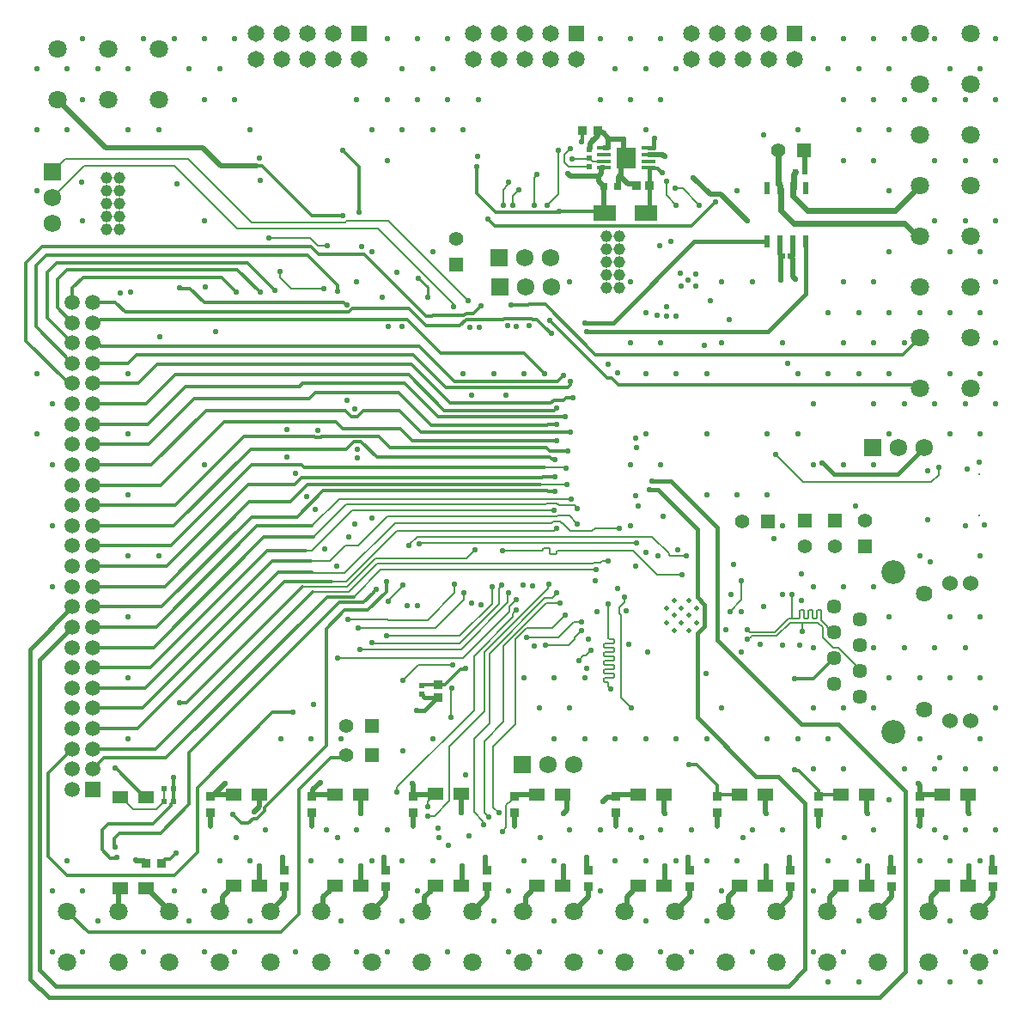
<source format=gbr>
%TF.GenerationSoftware,Altium Limited,Altium Designer,23.2.1 (34)*%
G04 Layer_Physical_Order=6*
G04 Layer_Color=16711680*
%FSLAX45Y45*%
%MOMM*%
%TF.SameCoordinates,1902C08B-136C-4458-83E6-530DFDDA9E5F*%
%TF.FilePolarity,Positive*%
%TF.FileFunction,Copper,L6,Bot,Signal*%
%TF.Part,Single*%
G01*
G75*
%TA.AperFunction,SMDPad,CuDef*%
%ADD10R,0.85872X0.91213*%
%ADD11R,0.52000X0.52000*%
%ADD13R,0.55000X0.55000*%
%ADD14R,0.91213X0.85872*%
%ADD16R,0.55000X0.55000*%
%ADD43R,0.80650X0.86822*%
%ADD44R,0.86822X0.80650*%
%ADD45R,0.52000X0.52000*%
%TA.AperFunction,Conductor*%
%ADD47C,0.30000*%
%ADD48C,0.50000*%
%ADD49C,0.17000*%
%ADD50C,0.25000*%
%ADD51C,0.40000*%
%ADD52C,0.60000*%
%ADD54C,0.12700*%
%TA.AperFunction,ComponentPad*%
%ADD56C,1.72500*%
%ADD57R,1.72500X1.72500*%
%ADD58C,1.40000*%
%ADD59R,1.40000X1.40000*%
%ADD60R,1.72500X1.72500*%
%ADD61R,1.40000X1.40000*%
%ADD62R,1.50000X1.50000*%
%ADD63C,1.50000*%
%ADD64R,1.65000X1.65000*%
%ADD65C,1.65000*%
%ADD66C,1.15000*%
%ADD67C,1.44600*%
%ADD68C,1.53000*%
%ADD69C,2.35500*%
%ADD70C,1.62500*%
%ADD71C,1.80000*%
%ADD72C,0.27500*%
%TA.AperFunction,ViaPad*%
%ADD73C,0.55000*%
%ADD74C,0.50000*%
%TA.AperFunction,SMDPad,CuDef*%
%ADD75R,1.50000X1.30000*%
%ADD76R,1.84600X2.15000*%
%ADD77R,1.40000X0.45000*%
%ADD78R,2.20000X1.55000*%
%ADD79R,0.70000X0.65000*%
G04:AMPARAMS|DCode=80|XSize=0.55mm|YSize=1.25mm|CornerRadius=0.0495mm|HoleSize=0mm|Usage=FLASHONLY|Rotation=0.000|XOffset=0mm|YOffset=0mm|HoleType=Round|Shape=RoundedRectangle|*
%AMROUNDEDRECTD80*
21,1,0.55000,1.15100,0,0,0.0*
21,1,0.45100,1.25000,0,0,0.0*
1,1,0.09900,0.22550,-0.57550*
1,1,0.09900,-0.22550,-0.57550*
1,1,0.09900,-0.22550,0.57550*
1,1,0.09900,0.22550,0.57550*
%
%ADD80ROUNDEDRECTD80*%
%TA.AperFunction,Conductor*%
%ADD81C,0.50800*%
D10*
X12172329Y3575000D02*
D03*
X12327671D02*
D03*
X16475510Y10792460D02*
D03*
X16630852D02*
D03*
D11*
X14889999Y5320000D02*
D03*
Y5240000D02*
D03*
D13*
X16543021Y10433600D02*
D03*
Y10343600D02*
D03*
X16545560Y10608860D02*
D03*
Y10518860D02*
D03*
D14*
X16805524Y4072329D02*
D03*
Y4227671D02*
D03*
X19800000D02*
D03*
Y4072329D02*
D03*
X18801842Y4227671D02*
D03*
Y4072329D02*
D03*
X17803682Y4227671D02*
D03*
Y4072329D02*
D03*
X15807364Y4227671D02*
D03*
Y4072329D02*
D03*
X14809206Y4227671D02*
D03*
Y4072329D02*
D03*
X13811046Y4227670D02*
D03*
Y4072329D02*
D03*
X12812888Y4227671D02*
D03*
Y4072329D02*
D03*
X20525000Y3500000D02*
D03*
Y3344659D02*
D03*
X19526842Y3500000D02*
D03*
Y3344659D02*
D03*
X18528682Y3500000D02*
D03*
Y3344659D02*
D03*
X17530524Y3500000D02*
D03*
Y3344659D02*
D03*
X16532364Y3500000D02*
D03*
Y3344659D02*
D03*
X15534206Y3500000D02*
D03*
Y3344659D02*
D03*
X14536046Y3500000D02*
D03*
Y3344659D02*
D03*
X13537888Y3500000D02*
D03*
Y3344659D02*
D03*
D16*
X12355010Y4179999D02*
D03*
X12445010D02*
D03*
X12355010Y4304999D02*
D03*
X12445010D02*
D03*
X18578281Y10388600D02*
D03*
X18668280D02*
D03*
D43*
X17132300Y10253980D02*
D03*
X17007129D02*
D03*
D44*
X15050301Y5207914D02*
D03*
Y5333086D02*
D03*
D45*
X18526120Y9555480D02*
D03*
X18446120D02*
D03*
D47*
X13193961Y7133307D02*
X13596098D01*
X12360654Y6300001D02*
X13193961Y7133307D01*
X13596098D02*
X13767833Y7305040D01*
X13636314Y7307129D02*
X13705345Y7376160D01*
X12377682Y6500000D02*
X13184811Y7307129D01*
X13636314D01*
X11649999Y6500000D02*
X12377682D01*
X13705345Y7376160D02*
X16081773D01*
X11649999Y6300001D02*
X12360654D01*
X12140001Y5100000D02*
X13479439Y6439439D01*
X13810561D01*
X13539999Y6350000D02*
X14000000D01*
X11649999Y4900001D02*
X12090000D01*
X13539999Y6350000D01*
X11649999Y5100000D02*
X12140001D01*
X12573660Y5153660D02*
X13716660Y6296660D01*
X12501880Y5153660D02*
X12573660D01*
X11649999Y4700001D02*
X12270001D01*
X13820000Y6250000D01*
X11760098Y4610100D02*
X12370100D01*
X13957600Y6197600D02*
X14222021D01*
X12370100Y4610100D02*
X13957600Y6197600D01*
X12600940Y4660940D02*
X14081720Y6141720D01*
X12600940Y4152900D02*
Y4660940D01*
X14081720Y6141720D02*
X14320520D01*
X17133740Y10418220D02*
X17216980D01*
X17258211Y10376989D01*
X17554198Y9850000D02*
X17791138Y10086939D01*
X15544800Y9918700D02*
X15613499Y9850000D01*
X17554198D01*
X11740000Y3900000D02*
X11799860Y3959860D01*
X11740000Y3703669D02*
X11818452Y3625217D01*
X11740000Y3703669D02*
Y3900000D01*
X11818452Y3625217D02*
X11885217D01*
X11865217Y3734783D02*
X11870000Y3730000D01*
X11864220Y3792648D02*
X11865217Y3791652D01*
X11864220Y3817500D02*
X11915525Y3868805D01*
X11865217Y3734783D02*
Y3791652D01*
X11864220Y3792648D02*
Y3817500D01*
X11885217Y3625217D02*
X11890000Y3630000D01*
X11915525Y3868805D02*
X12316845D01*
X11799860Y3959860D02*
X12245340D01*
X18605872Y4482729D02*
X18801839Y4286761D01*
X18577271Y4482729D02*
X18605872D01*
X18570000Y4490000D02*
X18577271Y4482729D01*
X18801839Y4227672D02*
Y4286761D01*
X13811020Y9951720D02*
X14114780D01*
X13320799Y10441940D02*
X13811020Y9951720D01*
X13256261Y10441940D02*
X13320799D01*
X18751500Y5390000D02*
X18952998Y5591498D01*
X18570000Y5390000D02*
X18751500D01*
X14903085Y5333086D02*
X15123921D01*
X15274992Y5484157D01*
X15321577D01*
X15326360Y5488940D01*
X12451080Y3449320D02*
X12680000Y3678240D01*
Y4320000D02*
X13419679Y5059680D01*
X12680000Y3678240D02*
Y4320000D01*
X13419679Y5059680D02*
X13619479D01*
X13994453Y4614453D02*
X14126753D01*
X13682565Y4302565D02*
X13994453Y4614453D01*
X14126753D02*
X14147800Y4635500D01*
X13682565Y3072566D02*
Y4302565D01*
X13500000Y2890000D02*
X13682565Y3072566D01*
X11610000Y2890000D02*
X13500000D01*
X13342583Y4087948D02*
Y4122583D01*
X13186511Y3966511D02*
X13235107Y4015108D01*
X13949680Y4729680D02*
Y5885180D01*
X13342583Y4122583D02*
X13949680Y4729680D01*
X13235107Y4015108D02*
X13269743D01*
X13342583Y4087948D01*
X13114989Y3966511D02*
X13186511D01*
X11400000Y3100000D02*
X11610000Y2890000D01*
X14889999Y5320000D02*
X14903085Y5333086D01*
X14362093Y6068060D02*
X14541499Y6247468D01*
X14132561Y6068060D02*
X14362093D01*
X14541499Y6247468D02*
Y6344920D01*
X13338843Y6785643D02*
X13822372D01*
X12253201Y5700001D02*
X13338843Y6785643D01*
X13270226Y6894825D02*
X13808005D01*
X12275401Y5900001D02*
X13270226Y6894825D01*
X13212781Y6984700D02*
X13662276D01*
X13919116Y7241540D02*
X16131540D01*
X13662276Y6984700D02*
X13919116Y7241540D01*
X12881696Y7856220D02*
X12946040Y7920565D01*
X14046484D02*
X14110831Y7856220D01*
X12946040Y7920565D02*
X14046484D01*
X14110831Y7856220D02*
X14678661D01*
X12875259D02*
X12881696D01*
X12319041Y7300001D02*
X12875259Y7856220D01*
X11649999Y7300001D02*
X12319041D01*
X14175763Y9004818D02*
X14208266Y9037320D01*
X11967962Y9004818D02*
X14175763D01*
X11872779Y9100001D02*
X11967962Y9004818D01*
X14762480Y9037320D02*
X14932660Y8867140D01*
X14208266Y9037320D02*
X14762480D01*
X14146115Y9077960D02*
X14152879D01*
X14123254Y9100820D02*
X14146115Y9077960D01*
X12748260Y9100820D02*
X14123254D01*
X12610803Y9238277D02*
X12748260Y9100820D01*
X12509203Y9238277D02*
X12610803D01*
X12504420Y9243060D02*
X12509203Y9238277D01*
X14746210Y8930640D02*
X15076408Y8600440D01*
X11727572Y8930640D02*
X14746210D01*
X11719894Y8922961D02*
X11727572Y8930640D01*
X11649999Y8900000D02*
X11672959Y8922961D01*
X11719894D01*
X14274800Y9984740D02*
Y10434320D01*
X14114780Y10594340D02*
X14274800Y10434320D01*
X15430499Y10175240D02*
X15617290Y9988450D01*
X15430499Y10175240D02*
Y10439400D01*
X15617290Y9988450D02*
X16230086D01*
X16236536Y9994900D02*
X16243300D01*
X16230086Y9988450D02*
X16236536Y9994900D01*
X16691380Y9982640D02*
X16691820Y9982200D01*
X16679120Y9994900D02*
X16691380Y9982640D01*
X16243300Y9994900D02*
X16679120D01*
X17126241Y10425720D02*
X17133740Y10418220D01*
X17126241Y10425720D02*
X17132300Y10419660D01*
X16472435Y10688855D02*
Y10789385D01*
X16469360Y10685780D02*
X16472435Y10688855D01*
Y10789385D02*
X16475510Y10792460D01*
X13949680Y5885180D02*
X14132561Y6068060D01*
X13842815Y7768000D02*
X13899065D01*
X12461941Y7100001D02*
X13136700Y7774760D01*
X13836055D01*
X13905824D02*
X14470560D01*
X13836055D02*
X13842815Y7768000D01*
X13899065D02*
X13905824Y7774760D01*
X14451567Y7571740D02*
X16156940D01*
X14291248Y7732060D02*
X14451567Y7571740D01*
X13205460Y7655560D02*
X14151373D01*
X14227873Y7732060D01*
X12449900Y6900000D02*
X13205460Y7655560D01*
X15310185Y8968740D02*
X15332866Y8991420D01*
X15000208Y8968740D02*
X15310185D01*
X15332866Y8991420D02*
X15399840D01*
X14994827Y8963360D02*
X15000208Y8968740D01*
X14931453Y8963360D02*
X14994827D01*
X15707175Y8940120D02*
X15979324D01*
X15986266Y8933180D01*
X16026927D02*
X16121010Y8839097D01*
X15986266Y8933180D02*
X16026927D01*
X15335013D02*
X15700235D01*
X15268973Y8867140D02*
X15335013Y8933180D01*
X15700235D02*
X15707175Y8940120D01*
X15399840Y8991420D02*
X15476221Y9067800D01*
X14932660Y8867140D02*
X15268973D01*
X13878419Y9573260D02*
X14321553D01*
X14931453Y8963360D01*
X15076408Y8600440D02*
X15902940D01*
X16103600Y8399780D01*
X15938776Y9070000D02*
X15949275Y9080500D01*
X15770000Y9070000D02*
X15938776D01*
X15949275Y9080500D02*
X16111285D01*
X16121010Y8839097D02*
X16126231D01*
X11200000Y9396600D02*
X11290300Y9486900D01*
X11200000Y8949999D02*
Y9396600D01*
Y8949999D02*
X11449998Y8700001D01*
X11300000Y9049999D02*
X11449998Y8900000D01*
X11300000Y9331500D02*
X11391900Y9423400D01*
X11300000Y9049999D02*
Y9331500D01*
X10990580Y9491980D02*
X11150600Y9652000D01*
X10990580Y8719820D02*
Y9491980D01*
Y8719820D02*
X11376396Y8334004D01*
X16197946Y8036560D02*
X16223346Y8061960D01*
X16225520D01*
X15115540Y8036560D02*
X16197946D01*
X14765021Y8387080D02*
X15115540Y8036560D01*
X16160513Y8105140D02*
X16193832Y8138460D01*
X14790421Y8486140D02*
X15171420Y8105140D01*
X16160513D01*
X15133321Y8262620D02*
X16329660D01*
X16353773Y8286733D01*
X14810741Y8585200D02*
X15133321Y8262620D01*
X16353773Y8286733D02*
Y8314673D01*
X16357600Y8318500D01*
X16193832Y8138460D02*
X16257207D01*
X16285728Y8134790D02*
X16314499Y8163560D01*
X16260876Y8134790D02*
X16285728D01*
X16257207Y8138460D02*
X16260876Y8134790D01*
X11995041Y8500001D02*
X12080240Y8585200D01*
X14810741D01*
X11722093Y8677040D02*
X11727572Y8671560D01*
X14864079D02*
X15214600Y8321040D01*
X11649999Y8700001D02*
X11672959Y8677040D01*
X11722093D01*
X11727572Y8671560D02*
X14864079D01*
X14058900Y9207500D02*
Y9268460D01*
X11188700Y9563100D02*
X13764259D01*
X14058900Y9268460D01*
X13524467Y9652000D02*
X13799680D01*
X13878419Y9573260D01*
X13460493Y9652000D02*
X13460793Y9651700D01*
X11150600Y9652000D02*
X13460493D01*
X13524167Y9651700D02*
X13524467Y9652000D01*
X13460793Y9651700D02*
X13524167D01*
X11557000Y9347200D02*
X12920979D01*
X13065759Y9202420D01*
X11391900Y9423400D02*
X13073380D01*
X13296899Y9199880D01*
X11290300Y9486900D02*
X13172440D01*
X13441679Y9217660D01*
X12445505Y4305492D02*
Y4419105D01*
X12446000Y4419600D01*
X12445011Y4304997D02*
X12445505Y4305492D01*
X11877620Y4508500D02*
X12161682Y4224438D01*
X11871960Y4508500D02*
X11877620D01*
X12161682Y4224438D02*
X12171682D01*
X11649999Y4500001D02*
X11760098Y4610100D01*
X12327670Y3574998D02*
Y3577669D01*
X12362105Y3612105D01*
X12415745D01*
X12473940Y3670300D01*
X12245340Y3959860D02*
X12420208Y4134728D01*
Y4155195D01*
X12445011Y4179997D01*
X12316845Y3868805D02*
X12600940Y4152900D01*
X12445011Y4179997D02*
Y4304997D01*
X14320520Y6141720D02*
X14419279Y6240480D01*
Y6245228D01*
X14442439Y6268388D01*
X13027660Y4053840D02*
X13114989Y3966511D01*
X11206480Y3637280D02*
X11394440Y3449320D01*
X12451080D01*
X11206480Y3637280D02*
Y4456482D01*
X11449998Y4700001D01*
X19718851Y8290560D02*
X19759410Y8250000D01*
X16828532Y8290560D02*
X19718851D01*
X16765033Y8354060D02*
X16828532Y8290560D01*
X19759410Y8250000D02*
X19800000D01*
X16154401Y8923020D02*
X16202361Y8875060D01*
X16203867D02*
X16248680Y8830247D01*
Y8828740D02*
X16723360Y8354060D01*
X16202361Y8875060D02*
X16203867D01*
X16248680Y8828740D02*
Y8830247D01*
X16723360Y8354060D02*
X16765033D01*
X16111285Y9080500D02*
X16606586Y8585200D01*
X19635152D02*
X19799995Y8750044D01*
X16606586Y8585200D02*
X19635152D01*
X11649999Y9100001D02*
X11872779D01*
X16166768Y8798560D02*
X16172180D01*
X16126231Y8839097D02*
X16166768Y8798560D01*
X14442439Y6268388D02*
Y6273800D01*
X12229480Y7500000D02*
X12763500Y8034020D01*
X14138673D01*
X11649999Y7500000D02*
X12229480D01*
X16228059Y8321040D02*
X16289020Y8382000D01*
X15214600Y8321040D02*
X16228059D01*
X11449998Y9240198D02*
X11557000Y9347200D01*
X11449998Y9100001D02*
Y9240198D01*
X11378841Y8334004D02*
X11412845Y8300000D01*
X11376396Y8334004D02*
X11378841D01*
X11412845Y8300000D02*
X11449998D01*
X11087100Y8862899D02*
X11449998Y8500001D01*
X11087100Y8862899D02*
Y9461500D01*
X11188700Y9563100D01*
X16314499Y8163560D02*
X16380460D01*
X12094760Y8300000D02*
X12280900Y8486140D01*
X14790421D01*
X11649999Y8300000D02*
X12094760D01*
X11649999Y8500001D02*
X11995041D01*
X12198341Y7700001D02*
X12646660Y8148320D01*
X13779500D01*
X13843300Y8212120D01*
X13687228Y8272780D02*
X13715169Y8300720D01*
X12192600Y7900000D02*
X12565380Y8272780D01*
X13687228D01*
X11649999Y8100001D02*
X12176701D01*
X12463780Y8387080D01*
X14765021D01*
X11649999Y7900000D02*
X12192600D01*
X11649999Y7700001D02*
X12198341D01*
X15052040Y7973060D02*
X16304260D01*
X14724380Y8300720D02*
X15052040Y7973060D01*
X16136620Y7894320D02*
X16218787D01*
X16131540Y7889240D02*
X16136620Y7894320D01*
X16352895Y7817820D02*
X16353975Y7818900D01*
X14884700Y7817820D02*
X16352895D01*
X16215359Y7736840D02*
X16217900Y7734300D01*
X14798039Y7736840D02*
X16215359D01*
X16123209Y7665720D02*
X16156229Y7632700D01*
X16334740D01*
X13715169Y8300720D02*
X14724380D01*
X13843300Y8212120D02*
X14663120D01*
X14986000Y7889240D02*
X16131540D01*
X14663120Y8212120D02*
X14986000Y7889240D01*
X14668500Y8034020D02*
X14884700Y7817820D01*
X14319487Y8034020D02*
X14668500D01*
X14260767Y7975300D02*
X14319487Y8034020D01*
X14138673D02*
X14197392Y7975300D01*
X14260767D01*
X14678661Y7856220D02*
X14798039Y7736840D01*
X14579601Y7665720D02*
X16123209D01*
X14470560Y7774760D02*
X14579601Y7665720D01*
X11649999Y5900001D02*
X12275401D01*
X12328081Y6100000D02*
X13212781Y6984700D01*
X11649999Y6100000D02*
X12328081D01*
X12417541Y6700001D02*
X13218159Y7500620D01*
X11649999Y6700001D02*
X12417541D01*
X13218159Y7500620D02*
X13703848D01*
X11649999Y7100001D02*
X12461941D01*
X11649999Y6900000D02*
X12449900D01*
X16173433Y7555247D02*
X16198833D01*
X16202660Y7551420D01*
X16156940Y7571740D02*
X16173433Y7555247D01*
X16081773Y7376160D02*
X16089394Y7383780D01*
X16207739D01*
X16135333Y7237747D02*
X16198833D01*
X16131540Y7241540D02*
X16135333Y7237747D01*
X16198833D02*
X16202660Y7233920D01*
X13767833Y7305040D02*
X16057208D01*
X14227873Y7732060D02*
X14291248D01*
X13703848Y7500620D02*
X13734328Y7470140D01*
X16105643D01*
X11649999Y5700001D02*
X12253201D01*
X12166236Y5300001D02*
X13416235Y6550000D01*
X13800000D01*
X11649999Y5500000D02*
X12216236D01*
X13366235Y6650000D01*
X13750000D01*
X11649999Y5300001D02*
X12166236D01*
X17803680Y4227672D02*
Y4342701D01*
X17599782Y4546600D02*
X17803680Y4342701D01*
X17525999Y4546600D02*
X17599782D01*
X18826840Y4250002D02*
X19024838D01*
X17828680D02*
X18026678D01*
D48*
X11780260Y10619740D02*
X12732551D01*
X12910352Y10441940D02*
X13256261D01*
X12732551Y10619740D02*
X12910352Y10441940D01*
X16729044Y10623220D02*
Y10719043D01*
X16753203Y10710000D02*
X16880000D01*
Y10549459D02*
X16906239Y10523220D01*
X16880000Y10549459D02*
Y10710000D01*
X16728647Y10720000D02*
X16730000D01*
X16648787Y10771853D02*
X16676794D01*
X16728647Y10720000D01*
X16729044Y10719043D02*
X16730000Y10720000D01*
X16726544Y10620720D02*
X16729044Y10623220D01*
X16630852Y10745671D02*
Y10792460D01*
X16686240Y10620720D02*
X16726544D01*
X16805521Y3937698D02*
Y4072330D01*
X16717693Y4220892D02*
X16798743D01*
X16675101Y4178300D02*
X16717693Y4220892D01*
X16804823Y3937000D02*
X16805521Y3937698D01*
X16798743Y4220892D02*
X16805521Y4227672D01*
X16548061Y10662880D02*
X16630852Y10745671D01*
X13289883Y4131274D02*
Y4250002D01*
X13241618Y4083008D02*
X13289883Y4131274D01*
X15284869Y4068909D02*
Y4248669D01*
X11300000Y11100000D02*
X11780260Y10619740D01*
X16632640Y10297520D02*
X16688879Y10241280D01*
X16691380D01*
X16632640Y10297520D02*
Y10343600D01*
X17737061Y10164839D02*
X17835161D01*
X17571719Y10330180D02*
X17737061Y10164839D01*
X17835161D02*
X18100000Y9900000D01*
X16548061Y10611360D02*
Y10662880D01*
X16545560Y10608860D02*
X16548061Y10611360D01*
X16691380Y9982640D02*
Y10241280D01*
X16831380Y10334060D02*
X16857980Y10360660D01*
Y10333000D02*
Y10360660D01*
Y10333000D02*
X16927164Y10263817D01*
X16997292D02*
X17007129Y10253980D01*
X16927164Y10263817D02*
X16997292D01*
X16857980Y10360660D02*
Y10474961D01*
X16831380Y10248780D02*
Y10334060D01*
X16823880Y10241280D02*
X16831380Y10248780D01*
X16857980Y10474961D02*
X16906239Y10523220D01*
X16821381Y10241280D02*
X16823880D01*
X16662399Y10423220D02*
X16664900Y10425720D01*
X16662399Y10373360D02*
Y10423220D01*
X16664900Y10425720D02*
X16686240D01*
X16632640Y10343600D02*
X16662399Y10373360D01*
X16543021Y10343600D02*
X16632640D01*
X16332201Y10370820D02*
X16359419Y10343600D01*
X16543021D01*
X17126241Y10555720D02*
X17268626D01*
X17283347Y10541000D01*
X17284700D01*
X18526120Y9555480D02*
X18552161Y9529440D01*
Y9351093D02*
Y9529440D01*
Y9558020D02*
Y9699380D01*
Y9351093D02*
X18577560Y9325693D01*
Y9324340D02*
Y9325693D01*
X15284869Y4248669D02*
X15286201Y4250002D01*
X12837886D02*
X13035884D01*
X12812885Y4227672D02*
X12830206Y4244994D01*
X12842894D01*
X12154392Y3595605D02*
X12172328Y3577669D01*
X12076195Y3595605D02*
X12154392D01*
X12070080Y3601720D02*
X12076195Y3595605D01*
X12172328Y3574998D02*
Y3577669D01*
X12400000Y3100000D02*
Y3106121D01*
X12171682Y3324440D02*
X12181682D01*
X12400000Y3106121D01*
X11899999Y3306757D02*
X11917682Y3324440D01*
X11899999Y3100001D02*
Y3306757D01*
X16289264Y4064000D02*
X16322040Y4096776D01*
X16284361Y4250000D02*
X16322040Y4212322D01*
Y4096776D02*
Y4212322D01*
X15286201Y3349998D02*
X15291106Y3354901D01*
Y3543300D01*
X14834204Y4250002D02*
X15032202D01*
X14809203Y3937698D02*
Y4072330D01*
X14808505Y3937000D02*
X14809203Y3937698D01*
X14896318Y3100004D02*
X14921191Y3124878D01*
Y3238988D01*
X14795805Y4356100D02*
X14809203Y4342701D01*
Y4227672D02*
Y4342701D01*
X15396318Y3100004D02*
X15534206Y3237891D01*
Y3344659D01*
X15519705Y3514500D02*
Y3632200D01*
Y3514500D02*
X15534206Y3500000D01*
X14921191Y3238988D02*
X14982202Y3299998D01*
Y3309998D02*
X15022202Y3349998D01*
X15032202D01*
X14982202Y3299998D02*
Y3309998D01*
X12842894Y4244994D02*
X12953999Y4356100D01*
X13820609Y4237235D02*
Y4295608D01*
X13893800Y4368800D01*
X13811044Y4227672D02*
X13820609Y4237235D01*
X18801141Y3937000D02*
X18801839Y3937698D01*
Y4072330D01*
X19014839Y3349998D02*
X19024838D01*
X18974838Y3309998D02*
X19014839Y3349998D01*
X18913829Y3238988D02*
X18974838Y3299998D01*
Y3309998D01*
X18888954Y3100004D02*
X18913829Y3124878D01*
Y3238988D01*
X19278839Y4068902D02*
Y4250002D01*
Y4068902D02*
X19283742Y4064000D01*
Y3354901D02*
Y3543300D01*
X19278839Y3349998D02*
X19283742Y3354901D01*
X19512341Y3514500D02*
X19526842Y3500000D01*
X19512341Y3514500D02*
Y3632200D01*
X19526842Y3237891D02*
Y3344659D01*
X19388954Y3100004D02*
X19526842Y3237891D01*
X17802982Y3937000D02*
X17803680Y3937698D01*
Y4072330D01*
X18016679Y3349998D02*
X18026678D01*
X17976678Y3309998D02*
X18016679Y3349998D01*
X17915669Y3238988D02*
X17976678Y3299998D01*
Y3309998D01*
X17890794Y3100004D02*
X17915669Y3124878D01*
Y3238988D01*
X18280679Y4068902D02*
Y4250002D01*
Y4068902D02*
X18285582Y4064000D01*
Y3354901D02*
Y3543300D01*
X18280679Y3349998D02*
X18285582Y3354901D01*
X18514182Y3514500D02*
X18528682Y3500000D01*
X18514182Y3514500D02*
Y3632200D01*
X18528682Y3237891D02*
Y3344659D01*
X18390794Y3100004D02*
X18528682Y3237891D01*
X17018520Y3349998D02*
X17028520D01*
X16978520Y3309998D02*
X17018520Y3349998D01*
X16917509Y3238988D02*
X16978520Y3299998D01*
Y3309998D01*
X16892636Y3100004D02*
X16917509Y3124878D01*
Y3238988D01*
X16830522Y4250002D02*
X17028520D01*
X17282520Y4068902D02*
Y4250002D01*
Y4068902D02*
X17287424Y4064000D01*
Y3354901D02*
Y3543300D01*
X17282520Y3349998D02*
X17287424Y3354901D01*
X17516023Y3514500D02*
X17530524Y3500000D01*
X17516023Y3514500D02*
Y3632200D01*
X17530524Y3237891D02*
Y3344659D01*
X17392636Y3100004D02*
X17530524Y3237891D01*
X15806664Y3937000D02*
X15807362Y3937698D01*
Y4072330D01*
X16020361Y3349998D02*
X16030360D01*
X15980360Y3309998D02*
X16020361Y3349998D01*
X15919351Y3238988D02*
X15980360Y3299998D01*
Y3309998D01*
X15894476Y3100004D02*
X15919351Y3124878D01*
Y3238988D01*
X15832362Y4250002D02*
X16030360D01*
X16289264Y3354901D02*
Y3543300D01*
X16284361Y3349998D02*
X16289264Y3354901D01*
X16517863Y3514500D02*
X16532364Y3500000D01*
X16517863Y3514500D02*
Y3632200D01*
X16532364Y3237891D02*
Y3344659D01*
X16394476Y3100004D02*
X16532364Y3237891D01*
X13810345Y3937000D02*
X13811044Y3937698D01*
Y4072330D01*
X14024043Y3349998D02*
X14034042D01*
X13984042Y3309998D02*
X14024043Y3349998D01*
X13923033Y3238988D02*
X13984042Y3299998D01*
Y3309998D01*
X13898158Y3100004D02*
X13923033Y3124878D01*
Y3238988D01*
X13836044Y4250002D02*
X14034042D01*
X14288043Y4068902D02*
Y4250002D01*
Y4068902D02*
X14292946Y4064000D01*
Y3354901D02*
Y3543300D01*
X14288043Y3349998D02*
X14292946Y3354901D01*
X14521545Y3514500D02*
X14536046Y3500000D01*
X14521545Y3514500D02*
Y3632200D01*
X14536046Y3237891D02*
Y3344659D01*
X14398158Y3100004D02*
X14536046Y3237891D01*
X12812187Y3937000D02*
X12812885Y3937698D01*
Y4072330D01*
X13025883Y3349998D02*
X13035884D01*
X12985884Y3309998D02*
X13025883Y3349998D01*
X12924873Y3238988D02*
X12985884Y3299998D01*
Y3309998D01*
X12900000Y3100004D02*
X12924873Y3124878D01*
Y3238988D01*
X13294788Y3354901D02*
Y3543300D01*
X13289883Y3349998D02*
X13294788Y3354901D01*
X13523387Y3514500D02*
X13537888Y3500000D01*
X13523387Y3514500D02*
Y3632200D01*
X13537888Y3237891D02*
Y3344659D01*
X13400000Y3100004D02*
X13537888Y3237891D01*
X19786600Y4356100D02*
X19799998Y4342701D01*
Y4227672D02*
Y4342701D01*
X20276997Y4068902D02*
Y4250002D01*
Y4068902D02*
X20281900Y4064000D01*
X19972997Y3309998D02*
X20012997Y3349998D01*
X19972997Y3299998D02*
Y3309998D01*
X19911987Y3124878D02*
Y3238988D01*
X20012997Y3349998D02*
X20022998D01*
X19911987Y3238988D02*
X19972997Y3299998D01*
X19887112Y3100004D02*
X19911987Y3124878D01*
X20387112Y3100004D02*
X20525000Y3237891D01*
Y3344659D01*
X20510500Y3514500D02*
X20525000Y3500000D01*
X20510500Y3514500D02*
Y3632200D01*
X20281900Y3354901D02*
Y3543300D01*
X20276997Y3349998D02*
X20281900Y3354901D01*
X19799998Y3937698D02*
Y4072330D01*
X19799300Y3937000D02*
X19799998Y3937698D01*
X19824998Y4250002D02*
X20022998D01*
X18668280Y10388600D02*
Y10592520D01*
X18663921Y10596880D02*
X18668280Y10592520D01*
D49*
X13810561Y6439439D02*
X13820000Y6430000D01*
X14133820D02*
X14627621Y6923801D01*
X13820000Y6430000D02*
X14133820D01*
X13716660Y6296660D02*
X14155420D01*
X13820000Y6250000D02*
X14174800D01*
X17302480Y10154920D02*
Y10297160D01*
Y10154920D02*
X17399001Y10058400D01*
X17386301Y10223500D02*
X17462500D01*
X17627600Y10058400D01*
X14650752Y4274853D02*
Y4324402D01*
X15405099Y5078749D02*
Y5613400D01*
X14650752Y4324402D02*
X15405099Y5078749D01*
X14965704Y4197552D02*
X15018152Y4250000D01*
X14951688Y4133787D02*
Y4179484D01*
X14965704Y4193502D01*
X14947900Y4130000D02*
X14951688Y4133787D01*
X14965704Y4193502D02*
Y4197552D01*
X15018152Y4250000D02*
X15032202D01*
X15017097Y4038600D02*
X15164668Y4186171D01*
Y4725269D02*
X15506700Y5067300D01*
X15164668Y4186171D02*
Y4725269D01*
X14947900Y4038600D02*
X15017097D01*
X14462242Y9825238D02*
X15202249Y9085231D01*
Y9067451D02*
X15209520Y9060180D01*
X15202249Y9067451D02*
Y9085231D01*
X18627499Y5945240D02*
X18798102D01*
X18521642D02*
X18627499D01*
X18639999Y5932740D01*
Y5860000D02*
Y5932740D01*
X18627499Y5860000D02*
X18639999D01*
X18372287Y5851040D02*
X18505489Y5984240D01*
X18544540Y5993862D02*
Y6219568D01*
X18544331Y6219777D02*
X18544540Y6219568D01*
X15181709Y5011710D02*
Y5294850D01*
X15187801Y5300940D01*
X15180000Y5010000D02*
X15181709Y5011710D01*
X14862431Y5524500D02*
X15199361D01*
X14710564Y5372632D02*
X14862431Y5524500D01*
X15295880Y5593080D02*
X15754201Y6051400D01*
X14063980Y5593080D02*
X15295880D01*
X14279880Y5676900D02*
X15278101D01*
X15741685Y6140486D01*
X14409419Y5740400D02*
X15265401D01*
X14404340Y5745480D02*
X14409419Y5740400D01*
X14541499Y5816600D02*
X15267940D01*
X15582899Y6131560D01*
X18376900Y7602220D02*
X18648680Y7330440D01*
X19916141D01*
X19987260Y7401560D01*
Y7477760D01*
X15652901Y6127900D02*
Y6282801D01*
X15265401Y5740400D02*
X15652901Y6127900D01*
X14265572Y6702879D02*
X14553236Y6990544D01*
X13988562Y6550000D02*
X14141441Y6702879D01*
X14265572D01*
X13800000Y6550000D02*
X13988562D01*
X16259206Y6939317D02*
X16274722Y6923801D01*
X16189726Y6939317D02*
X16259206D01*
X16174210Y6923801D02*
X16189726Y6939317D01*
X14148729Y7112000D02*
X16114397D01*
X13822372Y6785643D02*
X14148729Y7112000D01*
X13808005Y6894825D02*
X14075980Y7162800D01*
X16366637D01*
X13216060Y9890320D02*
X14140213D01*
X11379200Y10515600D02*
X12590780D01*
X13216060Y9890320D01*
X13071289Y9825238D02*
X14462242D01*
X12628880Y10267647D02*
Y10271760D01*
X11564620Y10447020D02*
X12453620D01*
X12628880Y10271760D01*
Y10267647D02*
X13071289Y9825238D01*
X11252200Y10134600D02*
X11564620Y10447020D01*
X11252200Y10388600D02*
X11379200Y10515600D01*
X14140213Y9890320D02*
X14150813Y9900920D01*
X14564360D02*
X15349220Y9116060D01*
X14150813Y9900920D02*
X14564360D01*
X13870940Y9654540D02*
X13964920D01*
X13792200Y9733280D02*
X13870940Y9654540D01*
X16545560Y10518860D02*
X16573700Y10490720D01*
X16686240D01*
X16294504Y10482176D02*
X16343080Y10433600D01*
X16543021D01*
X16294504Y10482176D02*
Y10554104D01*
X16375380Y10515600D02*
X16542300D01*
X16545560Y10518860D01*
X16294504Y10554104D02*
X16357600Y10617200D01*
X16238220Y10167620D02*
Y10594340D01*
X16128999Y10058400D02*
X16238220Y10167620D01*
X16733521Y5791498D02*
Y5808887D01*
Y5791498D02*
X16743478Y5781539D01*
X16783823D01*
X16790182Y5775179D01*
Y5745499D02*
Y5775179D01*
X16783823Y5739139D02*
X16790182Y5745499D01*
X16694913Y5739139D02*
X16783823D01*
X16688551Y5732779D02*
X16694913Y5739139D01*
X16688551Y5703099D02*
Y5732779D01*
Y5703099D02*
X16694913Y5696739D01*
X16783823D01*
X16790182Y5690380D01*
Y5660699D02*
Y5690380D01*
X16783823Y5654339D02*
X16790182Y5660699D01*
X16694913Y5654339D02*
X16783823D01*
X16688551Y5647980D02*
X16694913Y5654339D01*
X16688551Y5618299D02*
Y5647980D01*
Y5618299D02*
X16694913Y5611939D01*
X16783823D01*
X16790182Y5605580D01*
Y5575899D02*
Y5605580D01*
X16783823Y5569540D02*
X16790182Y5575899D01*
X16694913Y5569540D02*
X16783823D01*
X16688551Y5563180D02*
X16694913Y5569540D01*
X16688551Y5533499D02*
Y5563180D01*
Y5533499D02*
X16694913Y5527140D01*
X16783823D01*
X16790182Y5520780D01*
Y5491100D02*
Y5520780D01*
X16783823Y5484740D02*
X16790182Y5491100D01*
X16694913Y5484740D02*
X16783823D01*
X16688551Y5478380D02*
X16694913Y5484740D01*
X16688551Y5448700D02*
Y5478380D01*
Y5448700D02*
X16694913Y5442340D01*
X16783823D01*
X16790182Y5435980D01*
Y5406300D02*
Y5435980D01*
X16783823Y5399940D02*
X16790182Y5406300D01*
X16694913Y5399940D02*
X16783823D01*
X16688551Y5393580D02*
X16694913Y5399940D01*
X16688551Y5363900D02*
Y5393580D01*
Y5363900D02*
X16694913Y5357540D01*
X16723563D01*
X16733521Y5347581D01*
Y5339080D02*
Y5347581D01*
X16438879Y5572760D02*
X16485840Y5619720D01*
X16506160D02*
X16558260Y5671820D01*
X16485840Y5619720D02*
X16506160D01*
X16337215Y5720080D02*
X16398383Y5781247D01*
Y5793882D02*
X16466820Y5862320D01*
X16398383Y5781247D02*
Y5793882D01*
X16113760Y5720080D02*
X16337215D01*
X17330420Y6608701D02*
Y6624320D01*
X17340379Y6598742D02*
X17500423D01*
X14848367Y6791960D02*
X17162781D01*
X17330420Y6624320D01*
Y6608701D02*
X17340379Y6598742D01*
X14765021Y6708612D02*
X14848367Y6791960D01*
X14765021Y6700520D02*
Y6708612D01*
X17010381Y6725920D02*
X17012920Y6728460D01*
X14869160Y6725920D02*
X17010381D01*
X14866620Y6723380D02*
X14869160Y6725920D01*
X17500423Y6598742D02*
X17503140Y6601460D01*
X16232481Y6654800D02*
X16266161D01*
X16222311Y6644630D02*
X16232481Y6654800D01*
X16222311Y6627393D02*
Y6644630D01*
X16212141Y6617223D02*
X16222311Y6627393D01*
X16164680Y6617223D02*
X16212141D01*
X16154510Y6627393D02*
X16164680Y6617223D01*
X16154510Y6627393D02*
Y6666433D01*
X16144341Y6676603D02*
X16154510Y6666433D01*
X16096881Y6676603D02*
X16144341D01*
X16086711Y6666433D02*
X16096881Y6676603D01*
X16086711Y6664970D02*
Y6666433D01*
X16076541Y6654800D02*
X16086711Y6664970D01*
X16068040Y6654800D02*
X16076541D01*
X16266161D02*
X16974820D01*
X15689580D02*
X16068040D01*
X15582899Y6131560D02*
Y6299200D01*
X16279221Y6923801D02*
X16357722Y6845300D01*
X16274722Y6923801D02*
X16279221D01*
X14627621D02*
X16174210D01*
X16221542Y6875062D02*
X16224466D01*
X13750000Y6650000D02*
X13810260D01*
X14208760Y7048500D02*
X16098500D01*
X13810260Y6650000D02*
X14208760Y7048500D01*
X13497560Y9344660D02*
Y9403080D01*
Y9344660D02*
X13604240Y9237980D01*
X13926820D01*
X13383260Y9733280D02*
X13792200D01*
X14155420Y6296660D02*
X14437360Y6578600D01*
X15335400D01*
X15420340Y6663540D01*
X12355008Y4179997D02*
Y4304997D01*
X12279651Y4104640D02*
X12355008Y4179997D01*
X12047480Y4104640D02*
X12279651D01*
X11927682Y4224438D02*
X12047480Y4104640D01*
X11917682Y4224438D02*
X11927682D01*
X14564360Y6154420D02*
Y6162040D01*
X14706599Y6304280D01*
Y6311900D01*
X14222021Y6197600D02*
X14488722Y6464300D01*
X14168120Y5976620D02*
X14558665D01*
X14566286Y5969000D02*
X14947900D01*
X14558665Y5976620D02*
X14566286Y5969000D01*
X16974820Y6654800D02*
X17216119Y6413500D01*
X16311880Y7470140D02*
X16314420Y7467600D01*
X16057208Y7305040D02*
X16324580D01*
X16105643Y7470140D02*
X16311880D01*
X14150000Y6350000D02*
X14650000Y6850000D01*
X16196481D01*
X14000000Y6350000D02*
X14150000D01*
X16196481Y6850000D02*
X16221542Y6875062D01*
X16357722Y6845300D02*
X16572318D01*
X16576105Y6527800D02*
X16582605Y6534300D01*
X16649699D01*
X14174800Y6250000D02*
X14452600Y6527800D01*
X16649699Y6534300D02*
X16668600Y6553200D01*
X14452600Y6527800D02*
X16576105D01*
X16668600Y6553200D02*
X16725900D01*
X16114397Y7112000D02*
X16120247Y7117850D01*
X16098500Y7048500D02*
X16100000Y7050000D01*
X16572318Y6845300D02*
X16600557Y6873539D01*
X16840199D01*
X14488722Y6464300D02*
X16611600D01*
X15303500Y6172200D02*
Y6235700D01*
X15024100Y5892800D02*
X15303500Y6172200D01*
X14262100Y5892800D02*
X15024100D01*
X15214600Y6235700D02*
Y6324600D01*
X14947900Y5969000D02*
X15214600Y6235700D01*
X15741685Y6140486D02*
Y6229386D01*
X15748000Y6235700D01*
X15652901Y6282801D02*
X15683249Y6313151D01*
X15754201Y6051400D02*
Y6099595D01*
X15795206Y6140600D01*
X15798466D01*
X15824200Y6166334D01*
Y6172200D01*
X15793845Y6031315D02*
X15824200Y6061670D01*
Y6070600D01*
X15793845Y6002144D02*
Y6031315D01*
X15405099Y5613400D02*
X15793845Y6002144D01*
X16069800Y6214600D02*
X16069800D01*
X15506700Y5067300D02*
Y5651500D01*
X16069800Y6214600D01*
X16069800D02*
X16135387Y6280186D01*
X15557500Y4953000D02*
Y5638800D01*
X16103600Y6184900D02*
X16178741D01*
X15557500Y5638800D02*
X16103600Y6184900D01*
X15697200Y4965700D02*
Y5715000D01*
X16116299Y6134100D02*
X16256000D01*
X15697200Y5715000D02*
X16116299Y6134100D01*
X15811501Y4940300D02*
Y5778500D01*
X15925800Y5892800D02*
X16179800D01*
X15811501Y5778500D02*
X15925800Y5892800D01*
X16135387Y6280186D02*
Y6309356D01*
X16190762Y6199633D02*
X16217900Y6226770D01*
X16190762Y6196921D02*
Y6199633D01*
X16217900Y6226770D02*
Y6235700D01*
X16178741Y6184900D02*
X16190762Y6196921D01*
X16179800Y5892800D02*
X16306799Y6019800D01*
X15595599Y4724400D02*
X15811501Y4940300D01*
X15595599Y4123737D02*
Y4724400D01*
Y4123737D02*
X15651364Y4067973D01*
X15506700Y4775200D02*
X15697200Y4965700D01*
X15506700Y4074277D02*
Y4775200D01*
Y4074277D02*
X15556306Y4024669D01*
X15405099Y4800600D02*
X15557500Y4953000D01*
X15405099Y4076882D02*
Y4800600D01*
Y4076882D02*
X15497183Y3984798D01*
Y3960219D02*
X15503497Y3953904D01*
X15497183Y3960219D02*
Y3984798D01*
X15684500Y3886200D02*
X15722600Y3924300D01*
Y4142909D01*
X15770256Y4190565D01*
X15804692Y4227672D02*
X15807362D01*
X15770256Y4193236D02*
X15804692Y4227672D01*
X15770256Y4190565D02*
Y4193236D01*
X16027400Y10354270D02*
Y10363200D01*
X15999950Y10056350D02*
Y10326820D01*
X16027400Y10354270D01*
X15741991Y10280991D02*
X15748000Y10287000D01*
X15741991Y10255591D02*
Y10280991D01*
X15697200Y10058400D02*
Y10210800D01*
X15741991Y10255591D01*
X15786099Y10058400D02*
Y10147300D01*
X15849600Y10210800D01*
X16733521Y5808887D02*
Y6129020D01*
Y5312198D02*
Y5339080D01*
X16756380Y5285740D02*
Y5289338D01*
X16733521Y5312198D02*
X16756380Y5289338D01*
X16857980Y5204460D02*
Y6014785D01*
Y5204460D02*
X16957040Y5105400D01*
X16838780Y6033985D02*
Y6091975D01*
Y6033985D02*
X16857980Y6014785D01*
X16838780Y6091975D02*
X16889880Y6143075D01*
Y6196480D01*
X15934654Y5800054D02*
X16241994D01*
X16393159Y5951220D01*
X15928340Y5793740D02*
X15934654Y5800054D01*
X17216119Y6413500D02*
X17454880D01*
X16393159Y5951220D02*
X16469360D01*
X17929860Y6055360D02*
X18044160Y6169660D01*
Y6360160D01*
X18554163Y5984240D02*
X18602837D01*
X18505489D02*
X18554163D01*
X18544540Y5993862D02*
X18554163Y5984240D01*
X18833296Y5965199D02*
X18878699Y5919797D01*
X18833296Y5965199D02*
Y6058944D01*
X18824817Y6067423D02*
X18833296Y6058944D01*
X18799376Y6067423D02*
X18824817D01*
X18790897Y6058944D02*
X18799376Y6067423D01*
X18790897Y5992720D02*
Y6058944D01*
X18782417Y5984240D02*
X18790897Y5992720D01*
X18756976Y5984240D02*
X18782417D01*
X18748495Y5992720D02*
X18756976Y5984240D01*
X18748495Y5992720D02*
Y6058944D01*
X18740018Y6067423D02*
X18748495Y6058944D01*
X18714577Y6067423D02*
X18740018D01*
X18706096Y6058944D02*
X18714577Y6067423D01*
X18706096Y5992720D02*
Y6058944D01*
X18697617Y5984240D02*
X18706096Y5992720D01*
X18672176Y5984240D02*
X18697617D01*
X18663696Y5992720D02*
X18672176Y5984240D01*
X18663696Y5992720D02*
Y6058944D01*
X18655217Y6067423D02*
X18663696Y6058944D01*
X18629776Y6067423D02*
X18655217D01*
X18621297Y6058944D02*
X18629776Y6067423D01*
X18621297Y5994198D02*
Y6058944D01*
X18611337Y5984240D02*
X18621297Y5994198D01*
X18602837Y5984240D02*
X18611337D01*
X18878699Y5919797D02*
X18885797Y5912698D01*
X18388441Y5812040D02*
X18521642Y5945240D01*
X18131512Y5799940D02*
X18143613Y5812040D01*
X18110077Y5869940D02*
X18128976Y5851040D01*
X18372287D01*
X18102519Y5869940D02*
X18110077D01*
X18143613Y5812040D02*
X18388441D01*
X18110077Y5781040D02*
X18128976Y5799940D01*
X18102519Y5781040D02*
X18110077D01*
X18128976Y5799940D02*
X18131512D01*
X18950607Y5697699D02*
X18996986D01*
X18846797Y5801509D02*
X18950607Y5697699D01*
X18798102Y5945240D02*
X18846797Y5896544D01*
X18942824Y5845499D02*
X18952997D01*
X18846797Y5801509D02*
Y5896544D01*
X18885797Y5902525D02*
Y5912698D01*
Y5902525D02*
X18942824Y5845499D01*
X18996986Y5697699D02*
X19206998Y5487688D01*
Y5464499D02*
Y5487688D01*
D50*
X14860001Y9340000D02*
X14950000Y9250000D01*
Y9150000D02*
Y9250000D01*
D51*
X14841220Y5080000D02*
X14919299D01*
X15047214Y5207914D01*
X16500000Y8900000D02*
X16780136D01*
X17579517Y9699380D02*
X18298160D01*
X16780136Y8900000D02*
X17579517Y9699380D01*
X15047214Y5207914D02*
X15050301D01*
X14922086D02*
X15047214D01*
X14889999Y5240000D02*
X14922086Y5207914D01*
X18845779Y7513320D02*
X18954999Y7404100D01*
X19580820D02*
X19848810Y7672090D01*
X18954999Y7404100D02*
X19580820D01*
X18841721Y7513320D02*
X18845779D01*
X18308392Y8813873D02*
X18679160Y9184640D01*
X16521298Y8813873D02*
X18308392D01*
X17176241Y10706694D02*
X17183099Y10713554D01*
X17176241Y10623220D02*
Y10706694D01*
X17183099Y10713554D02*
Y10716260D01*
X17173740Y10620720D02*
X17176241Y10623220D01*
X17126241Y10620720D02*
X17173740D01*
X17101820Y9982200D02*
X17132300Y10012680D01*
Y10250894D01*
Y10253980D02*
Y10419660D01*
X17607280Y5836041D02*
X17679700Y5908461D01*
X17607280Y5008880D02*
Y5836041D01*
Y5008880D02*
X18187669Y4428490D01*
X18403571D01*
X18669000Y4163060D01*
Y2527300D02*
Y4163060D01*
X17607280Y6195155D02*
Y6865620D01*
X17679700Y5908461D02*
Y6122735D01*
X17607280Y6195155D02*
X17679700Y6122735D01*
X17221201Y7251700D02*
X17607280Y6865620D01*
X18679160Y9184640D02*
Y9699380D01*
X17132300Y7251700D02*
X17221201D01*
X17346300Y7342500D02*
X17805400Y6883400D01*
X17159599Y7342500D02*
X17346300D01*
X17805400Y5906458D02*
Y6883400D01*
Y5772462D02*
X18637563Y4940300D01*
X17805180Y5906238D02*
X17805400Y5906458D01*
Y5772462D02*
Y5838502D01*
X17805180Y5838722D02*
X17805400Y5838502D01*
X17805180Y5838722D02*
Y5906238D01*
X18503900Y2362200D02*
X18669000Y2527300D01*
X11285613Y2362200D02*
X18503900D01*
X18637563Y4940300D02*
X18999200D01*
X19659599Y4279900D01*
Y2501900D02*
Y4279900D01*
X19405600Y2247900D02*
X19659599Y2501900D01*
X11214100Y2247900D02*
X19405600D01*
X11125200Y2522613D02*
X11285613Y2362200D01*
X11030305Y2431695D02*
X11214100Y2247900D01*
X11125200Y5575202D02*
X11449998Y5900001D01*
X11125200Y2522613D02*
Y5575202D01*
X11030305Y2431695D02*
Y5680307D01*
X11449998Y6100000D01*
X17157700Y7340600D02*
X17159599Y7342500D01*
D52*
X18428964Y10008876D02*
X18559779Y9878060D01*
X18428964Y10008876D02*
Y10220576D01*
X18425160Y10224380D02*
Y10254380D01*
X18552161Y10149840D02*
X18694400Y10007600D01*
X18552161Y10149840D02*
Y10224380D01*
X18694400Y10007600D02*
X19557600D01*
X19800000Y10250000D01*
X18559779Y9878060D02*
X19649440D01*
X19777499Y9750000D02*
X19800000D01*
X19649440Y9878060D02*
X19777499Y9750000D01*
X18409920Y10269620D02*
X18425160Y10254380D01*
X18409920Y10269620D02*
Y10596880D01*
X18554660Y10226880D02*
Y10364980D01*
X18578281Y10388600D01*
X18552161Y10224380D02*
X18554660Y10226880D01*
D54*
X14553236Y6990544D02*
X16224336D01*
X16230247Y6996455D01*
X16350320D02*
X16427660Y6919116D01*
X16230247Y6996455D02*
X16350320D01*
X16224750Y7117850D02*
X16243300Y7099300D01*
X16397778D01*
X16120247Y7117850D02*
X16224750D01*
X16397778Y7099300D02*
X16428957Y7068122D01*
X16100000Y7050000D02*
X16200000D01*
D56*
X16393159Y4546600D02*
D03*
X16139160D02*
D03*
X11252200Y9880600D02*
D03*
Y10134600D02*
D03*
X19848810Y7672090D02*
D03*
X19594810D02*
D03*
X16167101Y9253220D02*
D03*
X15913100D02*
D03*
X16164560Y9540240D02*
D03*
X15910561D02*
D03*
D57*
X15885159Y4546600D02*
D03*
X19340810Y7672090D02*
D03*
X15659100Y9253220D02*
D03*
X15656560Y9540240D02*
D03*
D58*
X15232381Y9725660D02*
D03*
X18046700Y6939279D02*
D03*
X18966182Y6695439D02*
D03*
X19260823Y6951980D02*
D03*
X18671539Y6697979D02*
D03*
X18409920Y10596880D02*
D03*
X14147800Y4927600D02*
D03*
Y4635500D02*
D03*
D59*
X15232381Y9471660D02*
D03*
X18966182Y6949439D02*
D03*
X19260823Y6697980D02*
D03*
X18671539Y6951979D02*
D03*
D60*
X11252200Y10388600D02*
D03*
D61*
X18300699Y6939279D02*
D03*
X18663921Y10596880D02*
D03*
X14401801Y4927600D02*
D03*
Y4635500D02*
D03*
D62*
X11649999Y4300001D02*
D03*
D63*
X11449998D02*
D03*
X11649999Y4500001D02*
D03*
X11449998D02*
D03*
X11649999Y4700001D02*
D03*
X11449998D02*
D03*
X11649999Y4900001D02*
D03*
X11449998D02*
D03*
X11649999Y5100000D02*
D03*
X11449998D02*
D03*
X11649999Y5300001D02*
D03*
X11449998D02*
D03*
X11649999Y5500000D02*
D03*
X11449998D02*
D03*
X11649999Y5700001D02*
D03*
X11449998D02*
D03*
X11649999Y5900001D02*
D03*
X11449998D02*
D03*
X11649999Y6100000D02*
D03*
X11449998D02*
D03*
X11649999Y6300001D02*
D03*
X11449998D02*
D03*
X11649999Y6500000D02*
D03*
X11449998D02*
D03*
X11649999Y6700001D02*
D03*
X11449998D02*
D03*
X11649999Y6900000D02*
D03*
X11449998D02*
D03*
X11649999Y7100001D02*
D03*
X11449998D02*
D03*
X11649999Y7300001D02*
D03*
X11449998D02*
D03*
X11649999Y7500000D02*
D03*
X11449998D02*
D03*
X11649999Y7700001D02*
D03*
X11449998D02*
D03*
X11649999Y7900000D02*
D03*
X11449998D02*
D03*
X11649999Y8100001D02*
D03*
X11449998D02*
D03*
X11649999Y8300000D02*
D03*
X11449998D02*
D03*
X11649999Y8500001D02*
D03*
X11449998D02*
D03*
X11649999Y8700001D02*
D03*
X11449998D02*
D03*
X11649999Y8900000D02*
D03*
X11449998D02*
D03*
X11649999Y9100001D02*
D03*
X11449998D02*
D03*
D64*
X16419200Y11747080D02*
D03*
X18566440Y11750000D02*
D03*
X14277341Y11747500D02*
D03*
D65*
X16419200Y11493080D02*
D03*
X16165199Y11747080D02*
D03*
Y11493080D02*
D03*
X15911200Y11747080D02*
D03*
Y11493080D02*
D03*
X15657201Y11747080D02*
D03*
Y11493080D02*
D03*
X15403200Y11747080D02*
D03*
Y11493080D02*
D03*
X18566440Y11496000D02*
D03*
X18312440Y11750000D02*
D03*
Y11496000D02*
D03*
X18058440Y11750000D02*
D03*
Y11496000D02*
D03*
X17804440Y11750000D02*
D03*
Y11496000D02*
D03*
X17550439Y11750000D02*
D03*
Y11496000D02*
D03*
X14277341Y11493500D02*
D03*
X14023340Y11747500D02*
D03*
Y11493500D02*
D03*
X13769341Y11747500D02*
D03*
Y11493500D02*
D03*
X13515340Y11747500D02*
D03*
Y11493500D02*
D03*
X13261340Y11747500D02*
D03*
Y11493500D02*
D03*
D66*
X16837660Y9243060D02*
D03*
X16710660D02*
D03*
X16837660Y9370060D02*
D03*
X16710660D02*
D03*
X16837660Y9497060D02*
D03*
X16710660D02*
D03*
X16837660Y9624060D02*
D03*
X16710660D02*
D03*
X16837660Y9751060D02*
D03*
X16710660D02*
D03*
X11912600Y9817100D02*
D03*
X11785600D02*
D03*
X11912600Y9944100D02*
D03*
X11785600D02*
D03*
X11912600Y10071100D02*
D03*
X11785600D02*
D03*
X11912600Y10198100D02*
D03*
X11785600D02*
D03*
X11912600Y10325100D02*
D03*
X11785600D02*
D03*
D67*
X18952998Y6099498D02*
D03*
X19206998Y5972498D02*
D03*
X18952998Y5845498D02*
D03*
X19206998Y5718498D02*
D03*
X18952998Y5591498D02*
D03*
X19206998Y5464498D02*
D03*
X18952998Y5337498D02*
D03*
X19206998Y5210498D02*
D03*
D68*
X20096999Y4974998D02*
D03*
X20299998D02*
D03*
X20096999Y6334998D02*
D03*
X20299998D02*
D03*
D69*
X19537000Y4867498D02*
D03*
Y6442498D02*
D03*
D70*
X19841998Y5083498D02*
D03*
Y6226498D02*
D03*
D71*
X19799998Y10750002D02*
D03*
X20299998D02*
D03*
X19799997Y11250002D02*
D03*
X20299998D02*
D03*
X19799998Y9250002D02*
D03*
X20299998D02*
D03*
X20387115Y3100002D02*
D03*
Y2600002D02*
D03*
X19388956Y3100002D02*
D03*
Y2600002D02*
D03*
X18390797Y3100002D02*
D03*
Y2600002D02*
D03*
X17392638Y3100002D02*
D03*
Y2600002D02*
D03*
X16394479Y3100002D02*
D03*
Y2600002D02*
D03*
X15396320Y3100002D02*
D03*
Y2600002D02*
D03*
X14398161Y3100000D02*
D03*
Y2600000D02*
D03*
X13400002Y3100002D02*
D03*
Y2600002D02*
D03*
X19887115Y3100002D02*
D03*
Y2600002D02*
D03*
X18888956Y3100002D02*
D03*
Y2600002D02*
D03*
X17890797Y3100002D02*
D03*
Y2600002D02*
D03*
X16892638Y3100002D02*
D03*
Y2600002D02*
D03*
X15894479Y3100002D02*
D03*
Y2600002D02*
D03*
X14896320Y3100002D02*
D03*
Y2600002D02*
D03*
X13898161Y3099999D02*
D03*
Y2599999D02*
D03*
X12900002Y3100002D02*
D03*
Y2600002D02*
D03*
X11900000Y3100000D02*
D03*
Y2600000D02*
D03*
X12400002Y3099998D02*
D03*
Y2599998D02*
D03*
X19800000Y10250000D02*
D03*
X20300000D02*
D03*
X19800000Y9750000D02*
D03*
X20300000D02*
D03*
X19800000Y11750000D02*
D03*
X20300000D02*
D03*
X19800000Y8250000D02*
D03*
X20300000D02*
D03*
X19799995Y8750044D02*
D03*
X20299995D02*
D03*
X11300000Y11100000D02*
D03*
Y11600000D02*
D03*
X11400000Y3100000D02*
D03*
Y2600000D02*
D03*
X12300000Y11100000D02*
D03*
Y11600000D02*
D03*
X11800000Y11100000D02*
D03*
Y11600000D02*
D03*
D72*
X20386600Y7002602D02*
D03*
Y7402603D02*
D03*
D73*
X11870000Y3730000D02*
D03*
X11890000Y3630000D02*
D03*
X18570000Y4490000D02*
D03*
X14560001Y8860000D02*
D03*
X14748241Y6108869D02*
D03*
X14860001Y9340000D02*
D03*
X18639999Y5860000D02*
D03*
X18544331Y6219777D02*
D03*
X17920000Y8930000D02*
D03*
X18570000Y5390000D02*
D03*
X16880000Y10710000D02*
D03*
X16730000Y10720000D02*
D03*
X15187801Y5300940D02*
D03*
X15180000Y5010000D02*
D03*
X20549994Y11699996D02*
D03*
X20399994Y11399997D02*
D03*
X20549994Y11099997D02*
D03*
Y10499997D02*
D03*
Y9899997D02*
D03*
X20399994Y9599997D02*
D03*
X20549994Y9299997D02*
D03*
X20399994Y8999997D02*
D03*
X20549994Y8699997D02*
D03*
X20399994Y8399997D02*
D03*
X20549994Y8099998D02*
D03*
X20399994Y7799998D02*
D03*
Y6599998D02*
D03*
Y5999998D02*
D03*
Y5399998D02*
D03*
X20549994Y5099998D02*
D03*
X20399994Y4799999D02*
D03*
X20549994Y4499999D02*
D03*
Y3899999D02*
D03*
X20399994Y3599999D02*
D03*
X20549994Y2699999D02*
D03*
X20399994Y2399999D02*
D03*
X20099994Y11399997D02*
D03*
X20249994Y11099997D02*
D03*
Y10499997D02*
D03*
Y9899997D02*
D03*
X20099994Y9599997D02*
D03*
Y8999997D02*
D03*
Y8399997D02*
D03*
X20249994Y8099998D02*
D03*
X20099994Y7799998D02*
D03*
X20249994Y6899998D02*
D03*
X20099994Y5999998D02*
D03*
X20249994Y5699998D02*
D03*
X20099994Y5399998D02*
D03*
X20249994Y4499999D02*
D03*
Y3899999D02*
D03*
X20099994Y3599999D02*
D03*
Y2999999D02*
D03*
X20249994Y2699999D02*
D03*
X20099994Y2399999D02*
D03*
X19949994Y11699996D02*
D03*
Y11099997D02*
D03*
Y10499997D02*
D03*
Y9899997D02*
D03*
X19799994Y8999997D02*
D03*
X19949994Y8099998D02*
D03*
X19799994Y6599998D02*
D03*
X19949994Y5699998D02*
D03*
X19799994Y5399998D02*
D03*
Y4799999D02*
D03*
X19949994Y4499999D02*
D03*
Y3899999D02*
D03*
X19799994Y3599999D02*
D03*
Y2399999D02*
D03*
X19649994Y11699996D02*
D03*
X19499994Y11399997D02*
D03*
X19649994Y11099997D02*
D03*
X19499994Y10799997D02*
D03*
Y10199997D02*
D03*
Y9599997D02*
D03*
Y8999997D02*
D03*
X19649994Y8699997D02*
D03*
X19499994Y8399997D02*
D03*
X19649994Y8099998D02*
D03*
X19499994Y7799998D02*
D03*
Y5999998D02*
D03*
X19649994Y5699998D02*
D03*
X19499994Y5399998D02*
D03*
X19649994Y4499999D02*
D03*
X19499994Y4199999D02*
D03*
X19349994Y11699996D02*
D03*
X19199994Y11399997D02*
D03*
X19349994Y11099997D02*
D03*
X19199994Y10799997D02*
D03*
X19349994Y10499997D02*
D03*
Y9299997D02*
D03*
X19199994Y8999997D02*
D03*
X19349994Y8699997D02*
D03*
X19199994Y8399997D02*
D03*
X19349994Y8099998D02*
D03*
Y7499998D02*
D03*
Y6299998D02*
D03*
Y5699998D02*
D03*
Y5099998D02*
D03*
Y3899999D02*
D03*
X19199994Y3599999D02*
D03*
Y2999999D02*
D03*
Y2399999D02*
D03*
X19049994Y11699996D02*
D03*
X18899994Y11399997D02*
D03*
X19049994Y11099997D02*
D03*
Y10499997D02*
D03*
Y9299997D02*
D03*
X18899994Y8999997D02*
D03*
X19049994Y8699997D02*
D03*
X18899994Y8399997D02*
D03*
X19049994Y7499998D02*
D03*
Y6299998D02*
D03*
Y5099998D02*
D03*
X18899994Y4799999D02*
D03*
X19049994Y4499999D02*
D03*
X18899994Y3599999D02*
D03*
X19049994Y2699999D02*
D03*
X18899994Y2399999D02*
D03*
X18749994Y11699996D02*
D03*
X18599994Y10799997D02*
D03*
Y8399997D02*
D03*
X18749994Y8099998D02*
D03*
X18599994Y7799998D02*
D03*
X18749994Y7499998D02*
D03*
Y6299998D02*
D03*
Y5699998D02*
D03*
Y5099998D02*
D03*
X18599994Y4799999D02*
D03*
X18749994Y4499999D02*
D03*
Y3299999D02*
D03*
Y2699999D02*
D03*
X18449994Y8699997D02*
D03*
X18299994Y7799998D02*
D03*
Y7199998D02*
D03*
X18449994Y6899998D02*
D03*
X18299994Y4799999D02*
D03*
X18449994Y3899999D02*
D03*
X17999994Y10199997D02*
D03*
X18149994Y9299997D02*
D03*
X17999994Y7199998D02*
D03*
X18149994Y3899999D02*
D03*
X17999994Y3599999D02*
D03*
X18149994Y2699999D02*
D03*
X17849995Y9299997D02*
D03*
Y8699997D02*
D03*
X17699995Y8399997D02*
D03*
Y7799998D02*
D03*
Y7199998D02*
D03*
X17849995Y5099998D02*
D03*
X17699995Y4799999D02*
D03*
Y3599999D02*
D03*
X17849995Y3299999D02*
D03*
X17699995Y2999999D02*
D03*
X17399995Y11399997D02*
D03*
Y8399997D02*
D03*
Y4799999D02*
D03*
X17549995Y3899999D02*
D03*
X17399995Y3599999D02*
D03*
X17549995Y2699999D02*
D03*
X17249995Y11699996D02*
D03*
X17099995Y11399997D02*
D03*
X17249995Y11099997D02*
D03*
X17099995Y10799997D02*
D03*
Y8999997D02*
D03*
X17249995Y8699997D02*
D03*
X17099995Y8399997D02*
D03*
Y7799998D02*
D03*
X17249995Y7499998D02*
D03*
X17099995Y4799999D02*
D03*
X17249995Y3899999D02*
D03*
X17099995Y3599999D02*
D03*
Y2999999D02*
D03*
X17249995Y2699999D02*
D03*
X16949995Y11699996D02*
D03*
X16799995Y11399997D02*
D03*
X16949995Y11099997D02*
D03*
Y9299997D02*
D03*
Y8699997D02*
D03*
Y7499998D02*
D03*
Y6899998D02*
D03*
X16799995Y4799999D02*
D03*
X16949995Y3899999D02*
D03*
X16799995Y3599999D02*
D03*
X16649995Y11699996D02*
D03*
Y11099997D02*
D03*
X16499995Y5399998D02*
D03*
Y4799999D02*
D03*
X16649995Y3899999D02*
D03*
Y3299999D02*
D03*
Y2699999D02*
D03*
X16349995Y9299997D02*
D03*
X16199995Y5399998D02*
D03*
X16349995Y5099998D02*
D03*
X16199995Y4799999D02*
D03*
X16349995Y3899999D02*
D03*
X16199995Y3599999D02*
D03*
Y2999999D02*
D03*
X15899995Y8399997D02*
D03*
Y5399998D02*
D03*
X16049995Y5099998D02*
D03*
X15899995Y3599999D02*
D03*
X16049995Y2699999D02*
D03*
X15599995Y8399997D02*
D03*
X15749995Y3299999D02*
D03*
X15599995Y2999999D02*
D03*
X15749995Y2699999D02*
D03*
X15449995Y11099997D02*
D03*
X15299995Y10799997D02*
D03*
Y8399997D02*
D03*
X15149995Y11699996D02*
D03*
X14999995Y11399997D02*
D03*
X15149995Y11099997D02*
D03*
X14999995Y10799997D02*
D03*
Y9599997D02*
D03*
Y4799999D02*
D03*
Y3599999D02*
D03*
X15149995Y2699999D02*
D03*
X14849995Y11699996D02*
D03*
X14699995Y11399997D02*
D03*
X14849995Y11099997D02*
D03*
X14699995Y10799997D02*
D03*
Y3599999D02*
D03*
X14849995Y3299999D02*
D03*
X14699995Y2999999D02*
D03*
X14549995Y11699996D02*
D03*
Y11099997D02*
D03*
X14399995Y10799997D02*
D03*
X14549995Y10499997D02*
D03*
X14399995Y9599997D02*
D03*
X14549995Y3899999D02*
D03*
X14399995Y3599999D02*
D03*
X14549995Y2699999D02*
D03*
X14249995Y11099997D02*
D03*
Y9299997D02*
D03*
X14099995Y4799999D02*
D03*
X14249995Y3899999D02*
D03*
X14099995Y3599999D02*
D03*
Y2999999D02*
D03*
X14249995Y2699999D02*
D03*
X13799995Y4799999D02*
D03*
X13949995Y3899999D02*
D03*
X13799995Y3599999D02*
D03*
X13499995Y4799999D02*
D03*
X13649995Y2699999D02*
D03*
X13199995Y10799997D02*
D03*
X13349995Y3899999D02*
D03*
X13199995Y3599999D02*
D03*
Y2999999D02*
D03*
X13049995Y11699996D02*
D03*
X12899995Y11399997D02*
D03*
X13049995Y11099997D02*
D03*
X12899995Y3599999D02*
D03*
X13049995Y2699999D02*
D03*
X12749996Y11699996D02*
D03*
X12599996Y11399997D02*
D03*
X12749996Y11099997D02*
D03*
Y9899997D02*
D03*
Y7499998D02*
D03*
Y3299999D02*
D03*
X12599996Y2999999D02*
D03*
X12749996Y2699999D02*
D03*
X12449996Y11699996D02*
D03*
X12299996Y10799997D02*
D03*
Y6599998D02*
D03*
X12449996Y3299999D02*
D03*
X12149996Y11699996D02*
D03*
X11999996Y11399997D02*
D03*
Y10799997D02*
D03*
Y8399997D02*
D03*
Y7799998D02*
D03*
Y7199998D02*
D03*
Y6599998D02*
D03*
Y5999998D02*
D03*
Y5399998D02*
D03*
Y4799999D02*
D03*
X12149996Y2699999D02*
D03*
X11699996Y11399997D02*
D03*
Y2999999D02*
D03*
X11549996Y11699996D02*
D03*
X11399997Y11399997D02*
D03*
X11549996Y11099997D02*
D03*
X11399997Y10799997D02*
D03*
X11549996Y9899997D02*
D03*
X11399997Y3599999D02*
D03*
X11549996Y3299999D02*
D03*
Y2699999D02*
D03*
X11099997Y11399997D02*
D03*
Y10799997D02*
D03*
Y10199997D02*
D03*
Y8399997D02*
D03*
X11249997Y8099998D02*
D03*
X11099997Y7799998D02*
D03*
X11249997Y7499998D02*
D03*
Y6899998D02*
D03*
Y6299998D02*
D03*
Y3299999D02*
D03*
Y2699999D02*
D03*
X14710001Y4680000D02*
D03*
X13830000Y5140000D02*
D03*
X18262601Y10751820D02*
D03*
X16804031Y3940774D02*
D03*
X16675101Y4178300D02*
D03*
X15199361Y5524500D02*
D03*
X15326360Y5488940D02*
D03*
X14710564Y5372632D02*
D03*
X14279880Y5676900D02*
D03*
X14404340Y5745480D02*
D03*
X14541499Y5816600D02*
D03*
X14063980Y5593080D02*
D03*
X13619479Y5059680D02*
D03*
X19164981Y7095217D02*
D03*
X18841721Y7513320D02*
D03*
X18376900Y7602220D02*
D03*
X18635622Y6423204D02*
D03*
X18263226Y6099948D02*
D03*
X13241618Y4083008D02*
D03*
X13560910Y7842989D02*
D03*
X12758420Y9248140D02*
D03*
X14695792Y8859726D02*
D03*
X12481560Y10271760D02*
D03*
X14274800Y9984740D02*
D03*
X13964920Y9654540D02*
D03*
X13256261Y10441940D02*
D03*
X14114780Y9951720D02*
D03*
X16375380Y10515600D02*
D03*
X16332201Y10370820D02*
D03*
X16469360Y10685780D02*
D03*
X16357600Y10617200D02*
D03*
X17101163Y9980161D02*
D03*
X17183099Y10716260D02*
D03*
X17259300Y10375900D02*
D03*
X16581120Y10695940D02*
D03*
X16857980Y10360660D02*
D03*
X17571719Y10330180D02*
D03*
X17302480Y10297160D02*
D03*
X16238220Y10594340D02*
D03*
X13289281Y10525760D02*
D03*
X15359045Y3840736D02*
D03*
X15159204Y3750000D02*
D03*
X19987260Y7477760D02*
D03*
X14114780Y10594340D02*
D03*
X15284933Y4070369D02*
D03*
X15057120Y3914140D02*
D03*
X16438879Y5572760D02*
D03*
X16558260Y5671820D02*
D03*
X16466820Y5862320D02*
D03*
X17012920Y6728460D02*
D03*
X14765021Y6700520D02*
D03*
X17503140Y6601460D02*
D03*
X15770000Y9070000D02*
D03*
X16366637Y7162800D02*
D03*
X18450000Y5718100D02*
D03*
X15823940Y8863528D02*
D03*
X16521298Y8813873D02*
D03*
X16500000Y8900000D02*
D03*
X14300000Y9650000D02*
D03*
X13300000Y10300000D02*
D03*
X17000000Y6500000D02*
D03*
X17101872Y6636781D02*
D03*
X18500000Y8500000D02*
D03*
X18100000Y9900000D02*
D03*
X17677489Y8675975D02*
D03*
X17350000Y9700000D02*
D03*
X17240421Y9655980D02*
D03*
X14950000Y9150000D02*
D03*
X14650000Y9400000D02*
D03*
X14500000Y9150000D02*
D03*
X17028160Y7091680D02*
D03*
X17005299Y7668260D02*
D03*
X16997681Y7764780D02*
D03*
X17002760Y7198360D02*
D03*
X17272000Y6987540D02*
D03*
X15324612Y4441254D02*
D03*
X14841220Y5080000D02*
D03*
X15986760Y6304280D02*
D03*
X15473680Y6121400D02*
D03*
X12857480Y8808720D02*
D03*
X12504420Y9243060D02*
D03*
X16224466Y6875062D02*
D03*
X15379700Y8183880D02*
D03*
X15735300Y8872220D02*
D03*
X15722858Y8181711D02*
D03*
X15689580Y6654800D02*
D03*
X12308840Y8757920D02*
D03*
X11920220Y9192260D02*
D03*
X12019280Y9202420D02*
D03*
X13931900Y6672580D02*
D03*
X14053819Y6497320D02*
D03*
X13926820Y9237980D02*
D03*
X13497560Y9403080D02*
D03*
X13383260Y9733280D02*
D03*
X14058900Y9207500D02*
D03*
X11541760Y10284460D02*
D03*
X13065759Y9202420D02*
D03*
X13296899Y9199880D02*
D03*
X13441679Y9217660D02*
D03*
X12446000Y4419600D02*
D03*
X12501880Y5153660D02*
D03*
X11871960Y4508500D02*
D03*
X12473940Y3670300D02*
D03*
X14541499Y6344920D02*
D03*
X14564360Y6154420D02*
D03*
X13027660Y4053840D02*
D03*
X12070080Y3601720D02*
D03*
X14168120Y5976620D02*
D03*
X15420340Y6663540D02*
D03*
X15476221Y9067800D02*
D03*
X15349220Y9116060D02*
D03*
X15209520Y9060180D02*
D03*
X14152879Y9077960D02*
D03*
X13870940Y7835900D02*
D03*
X16154401Y8923020D02*
D03*
X16172180Y8798560D02*
D03*
X14442439Y6273800D02*
D03*
X16103600Y8399780D02*
D03*
X16289020Y8382000D02*
D03*
X16380460Y8163560D02*
D03*
X16225520Y8061960D02*
D03*
X16357600Y8318500D02*
D03*
X16304260Y7973060D02*
D03*
X16334740Y7632700D02*
D03*
X16217900Y7734300D02*
D03*
X16353975Y7818900D02*
D03*
X16218787Y7894320D02*
D03*
X13563600Y7579360D02*
D03*
X16207739Y7383780D02*
D03*
X16202660Y7551420D02*
D03*
X16314420Y7467600D02*
D03*
X16324580Y7305040D02*
D03*
X16202660Y7233920D02*
D03*
X17132300Y7251700D02*
D03*
X17158650Y7341550D02*
D03*
X16200000Y7050000D02*
D03*
X16428957Y7068122D02*
D03*
X16427660Y6919116D02*
D03*
X14846300Y6108700D02*
D03*
X15379700Y6134100D02*
D03*
X15303500Y6235700D02*
D03*
X15748000D02*
D03*
X15887700Y6311900D02*
D03*
X15683249Y6313151D02*
D03*
X15582899Y6299200D02*
D03*
X15824200Y6172200D02*
D03*
Y6070600D02*
D03*
X14262100Y5892800D02*
D03*
X16217900Y6235700D02*
D03*
X16141701Y6324600D02*
D03*
X15214600D02*
D03*
X14706599Y6311900D02*
D03*
X16840199Y6873539D02*
D03*
X16611600Y6464300D02*
D03*
X16725900Y6553200D02*
D03*
X14947900Y4130000D02*
D03*
Y4038600D02*
D03*
X16256000Y6134100D02*
D03*
X16306799Y6019800D02*
D03*
X14650752Y4274853D02*
D03*
X15556306Y4024669D02*
D03*
X15651364Y4067973D02*
D03*
X15503497Y3953904D02*
D03*
X15684500Y3886200D02*
D03*
X15062505Y3822700D02*
D03*
X15291106Y3543300D02*
D03*
X14807713Y3940774D02*
D03*
X15519705Y3632200D02*
D03*
X14795805Y4356100D02*
D03*
X12953999D02*
D03*
X13893800Y4368800D02*
D03*
X17525999Y4546600D02*
D03*
X19055141Y3822700D02*
D03*
X18800351Y3940774D02*
D03*
X19283742Y4064000D02*
D03*
Y3543300D02*
D03*
X19512341Y3632200D02*
D03*
X18056982Y3822700D02*
D03*
X17802191Y3940774D02*
D03*
X18285582Y4064000D02*
D03*
Y3543300D02*
D03*
X18514182Y3632200D02*
D03*
X17058823Y3822700D02*
D03*
X17287424Y4064000D02*
D03*
Y3543300D02*
D03*
X17516023Y3632200D02*
D03*
X16060664Y3822700D02*
D03*
X15805873Y3940774D02*
D03*
X16289264Y4064000D02*
D03*
Y3543300D02*
D03*
X16517863Y3632200D02*
D03*
X14064346Y3822700D02*
D03*
X13809555Y3940774D02*
D03*
X14292946Y4064000D02*
D03*
Y3543300D02*
D03*
X14521545Y3632200D02*
D03*
X13066187Y3822700D02*
D03*
X12811395Y3940774D02*
D03*
X13294788Y3543300D02*
D03*
X13523387Y3632200D02*
D03*
X19786600Y4356100D02*
D03*
X20281900Y4064000D02*
D03*
X20053300Y3822700D02*
D03*
X20510500Y3632200D02*
D03*
X20281900Y3543300D02*
D03*
X19798511Y3940774D02*
D03*
X17284700Y10541000D02*
D03*
X16243300Y9994900D02*
D03*
X15444051Y10541000D02*
D03*
X15430499Y10439400D02*
D03*
X15544800Y9918700D02*
D03*
X17791138Y10086939D02*
D03*
X17386301Y10223500D02*
D03*
X17627600Y10058400D02*
D03*
X17399001D02*
D03*
X16128999D02*
D03*
X15999950Y10056350D02*
D03*
X15697200Y10058400D02*
D03*
X15786099D02*
D03*
X15849600Y10210800D02*
D03*
X15748000Y10287000D02*
D03*
X16027400Y10363200D02*
D03*
X18577560Y9324340D02*
D03*
X18427699Y9321800D02*
D03*
X17736819Y9116060D02*
D03*
X17518600Y9320202D02*
D03*
X17592039Y9263380D02*
D03*
X17597121Y9382760D02*
D03*
X17439639Y9385300D02*
D03*
X17447260Y9260840D02*
D03*
X17396460Y8963660D02*
D03*
X17307561Y8966200D02*
D03*
X17213580Y8968740D02*
D03*
X17307561Y9055100D02*
D03*
X16728439Y8488680D02*
D03*
X13649960Y7416800D02*
D03*
X13756641Y7185660D02*
D03*
X13840460Y7061200D02*
D03*
X14229080Y8051800D02*
D03*
X14155420Y8135620D02*
D03*
X14259560Y7655560D02*
D03*
X14254799Y7566979D02*
D03*
X15458440Y8856980D02*
D03*
X15367000D02*
D03*
X15951199Y8872220D02*
D03*
X16822420Y8404860D02*
D03*
X20269200Y7457440D02*
D03*
X20388580Y7520940D02*
D03*
X20436839Y6903720D02*
D03*
X19880580Y6957060D02*
D03*
X19878040Y7439660D02*
D03*
X16957040Y5105400D02*
D03*
X16756380Y5285740D02*
D03*
X16733521Y6129020D02*
D03*
X16113760Y5720080D02*
D03*
X15928340Y5793740D02*
D03*
X14866620Y6723380D02*
D03*
X18366740Y6771640D02*
D03*
X19900900Y6540500D02*
D03*
X19997420Y4612640D02*
D03*
X16515080Y5496560D02*
D03*
X16002000Y5715000D02*
D03*
X16469360Y5951220D02*
D03*
X16532860Y5778500D02*
D03*
X17886681Y5872480D02*
D03*
X18041620Y5651500D02*
D03*
X18224500Y5732780D02*
D03*
X14399260Y6972300D02*
D03*
X14176982Y6788453D02*
D03*
X14234160Y6918960D02*
D03*
X16600690Y6353316D02*
D03*
X16931641Y5732780D02*
D03*
X16621761Y6047740D02*
D03*
X17122141Y5651500D02*
D03*
X16908780Y6062980D02*
D03*
X16889880Y6196480D02*
D03*
X16819881Y6283960D02*
D03*
X17696179Y5438860D02*
D03*
X17412680Y6660142D02*
D03*
X17454880Y6413500D02*
D03*
X17218660Y6604000D02*
D03*
X17962880Y6515100D02*
D03*
X17940021Y6220460D02*
D03*
X18044160Y6360160D02*
D03*
Y6055360D02*
D03*
X17929860D02*
D03*
X18638519Y6159500D02*
D03*
X18618201Y5717540D02*
D03*
X18448019Y6223000D02*
D03*
X18102519Y5781040D02*
D03*
Y5869940D02*
D03*
D74*
X17525699Y6015598D02*
D03*
Y5867598D02*
D03*
X17451698Y5941598D02*
D03*
X17525699Y6163598D02*
D03*
X17303699Y6089598D02*
D03*
X17377699Y6163598D02*
D03*
Y5867598D02*
D03*
X17451698Y6089598D02*
D03*
X17303699Y5941598D02*
D03*
X17599699Y6089598D02*
D03*
Y5941598D02*
D03*
X17377699Y6015598D02*
D03*
D75*
X20277000Y3350000D02*
D03*
X20023000D02*
D03*
Y4250000D02*
D03*
X20277000D02*
D03*
X19278841Y3350000D02*
D03*
X19024840D02*
D03*
Y4250000D02*
D03*
X19278841D02*
D03*
X18280681Y3350000D02*
D03*
X18026682D02*
D03*
Y4250000D02*
D03*
X18280681D02*
D03*
X17282523Y3350000D02*
D03*
X17028522D02*
D03*
Y4250000D02*
D03*
X17282523D02*
D03*
X16284363Y3350000D02*
D03*
X16030363D02*
D03*
Y4250000D02*
D03*
X16284363D02*
D03*
X15286205Y3354052D02*
D03*
X15032204D02*
D03*
Y4254052D02*
D03*
X15286205D02*
D03*
X14288045Y3350000D02*
D03*
X14034045D02*
D03*
Y4250000D02*
D03*
X14288045D02*
D03*
X13289886Y3350000D02*
D03*
X13035886D02*
D03*
Y4250000D02*
D03*
X13289886D02*
D03*
X11917680Y4224440D02*
D03*
X12171680D02*
D03*
Y3324440D02*
D03*
X11917680D02*
D03*
D76*
X16906239Y10523220D02*
D03*
D77*
X17126241Y10425720D02*
D03*
Y10490720D02*
D03*
Y10555720D02*
D03*
Y10620720D02*
D03*
X16686240D02*
D03*
Y10555720D02*
D03*
Y10490720D02*
D03*
Y10425720D02*
D03*
D78*
X17101820Y9982200D02*
D03*
X16691820D02*
D03*
D79*
X16691380Y10241280D02*
D03*
X16821381D02*
D03*
D80*
X18679160Y9699380D02*
D03*
X18552161D02*
D03*
X18425160D02*
D03*
X18298160D02*
D03*
X18679160Y10224380D02*
D03*
X18552161D02*
D03*
X18425160D02*
D03*
X18298160D02*
D03*
D81*
X18425160Y9576440D02*
X18446120Y9555480D01*
X18425160Y9576440D02*
Y9699380D01*
X18427699Y9438207D02*
X18428619Y9439127D01*
X18427699Y9321800D02*
Y9438207D01*
X18428619Y9537980D02*
X18446120Y9555480D01*
X18428619Y9439127D02*
Y9537980D01*
%TF.MD5,b41247626d3b1a1bfd480499b7d94f71*%
M02*

</source>
